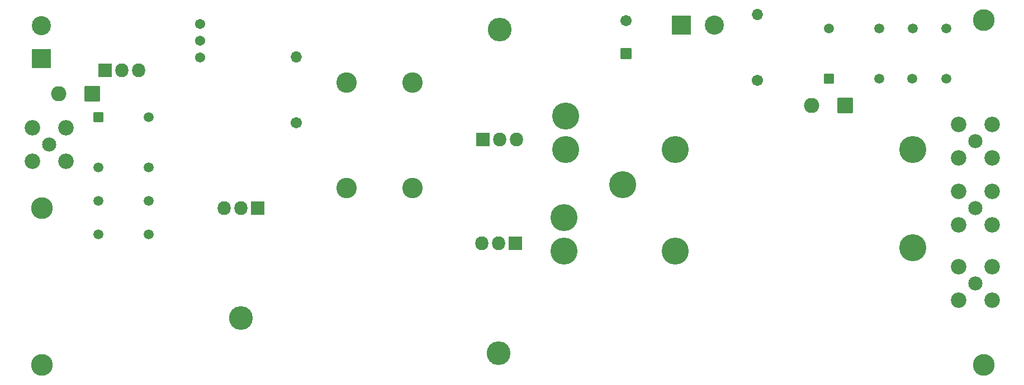
<source format=gbr>
G04 #@! TF.GenerationSoftware,KiCad,Pcbnew,(6.0.0)*
G04 #@! TF.CreationDate,2022-06-01T09:59:34+02:00*
G04 #@! TF.ProjectId,rfamp3,7266616d-7033-42e6-9b69-6361645f7063,rev?*
G04 #@! TF.SameCoordinates,Original*
G04 #@! TF.FileFunction,Soldermask,Bot*
G04 #@! TF.FilePolarity,Negative*
%FSLAX46Y46*%
G04 Gerber Fmt 4.6, Leading zero omitted, Abs format (unit mm)*
G04 Created by KiCad (PCBNEW (6.0.0)) date 2022-06-01 09:59:34*
%MOMM*%
%LPD*%
G01*
G04 APERTURE LIST*
G04 Aperture macros list*
%AMRoundRect*
0 Rectangle with rounded corners*
0 $1 Rounding radius*
0 $2 $3 $4 $5 $6 $7 $8 $9 X,Y pos of 4 corners*
0 Add a 4 corners polygon primitive as box body*
4,1,4,$2,$3,$4,$5,$6,$7,$8,$9,$2,$3,0*
0 Add four circle primitives for the rounded corners*
1,1,$1+$1,$2,$3*
1,1,$1+$1,$4,$5*
1,1,$1+$1,$6,$7*
1,1,$1+$1,$8,$9*
0 Add four rect primitives between the rounded corners*
20,1,$1+$1,$2,$3,$4,$5,0*
20,1,$1+$1,$4,$5,$6,$7,0*
20,1,$1+$1,$6,$7,$8,$9,0*
20,1,$1+$1,$8,$9,$2,$3,0*%
G04 Aperture macros list end*
%ADD10RoundRect,0.051000X1.100000X1.100000X-1.100000X1.100000X-1.100000X-1.100000X1.100000X-1.100000X0*%
%ADD11O,2.302000X2.302000*%
%ADD12C,4.102500*%
%ADD13C,2.352000*%
%ADD14C,2.152000*%
%ADD15C,3.102000*%
%ADD16C,3.302000*%
%ADD17O,1.702000X1.702000*%
%ADD18C,1.702000*%
%ADD19O,2.007000X2.102000*%
%ADD20RoundRect,0.051000X0.952500X1.000000X-0.952500X1.000000X-0.952500X-1.000000X0.952500X-1.000000X0*%
%ADD21O,3.602000X3.602000*%
%ADD22C,1.542000*%
%ADD23C,1.502000*%
%ADD24RoundRect,0.051000X-0.700000X-0.700000X0.700000X-0.700000X0.700000X0.700000X-0.700000X0.700000X0*%
%ADD25RoundRect,0.051000X0.800000X-0.800000X0.800000X0.800000X-0.800000X0.800000X-0.800000X-0.800000X0*%
%ADD26RoundRect,0.051000X1.400000X-1.400000X1.400000X1.400000X-1.400000X1.400000X-1.400000X-1.400000X0*%
%ADD27C,2.902000*%
%ADD28RoundRect,0.051000X-1.400000X-1.400000X1.400000X-1.400000X1.400000X1.400000X-1.400000X1.400000X0*%
%ADD29RoundRect,0.051000X0.700000X-0.700000X0.700000X0.700000X-0.700000X0.700000X-0.700000X-0.700000X0*%
%ADD30RoundRect,0.051000X-0.952500X-1.000000X0.952500X-1.000000X0.952500X1.000000X-0.952500X1.000000X0*%
G04 APERTURE END LIST*
D10*
X72607818Y-59436000D03*
D11*
X67527818Y-59436000D03*
D10*
X186653818Y-61214000D03*
D11*
X181573818Y-61214000D03*
D12*
X152908000Y-73279000D03*
X144272000Y-62865000D03*
X196850000Y-67945000D03*
X160909000Y-83312000D03*
X160909000Y-67945000D03*
D13*
X203835000Y-90805000D03*
X203835000Y-85725000D03*
X208915000Y-85725000D03*
X208915000Y-90805000D03*
D14*
X206375000Y-88265000D03*
D13*
X68580000Y-64643000D03*
X68580000Y-69723000D03*
X63500000Y-69723000D03*
X63500000Y-64643000D03*
D14*
X66040000Y-67183000D03*
D13*
X203835000Y-69215000D03*
X203835000Y-64135000D03*
X208915000Y-64135000D03*
X208915000Y-69215000D03*
D14*
X206375000Y-66675000D03*
D13*
X203835000Y-79375000D03*
X203835000Y-74295000D03*
X208915000Y-74295000D03*
X208915000Y-79375000D03*
D14*
X206375000Y-76835000D03*
D15*
X121125000Y-73785000D03*
X121125000Y-57785000D03*
X111125000Y-73785000D03*
X111125000Y-57785000D03*
D16*
X64950000Y-76835000D03*
X64950000Y-100590000D03*
X207610000Y-48260000D03*
X207610000Y-100575000D03*
D12*
X144018000Y-78232000D03*
X144272000Y-67945000D03*
X144018000Y-83312000D03*
X196850000Y-82787249D03*
D17*
X173355000Y-47404000D03*
D18*
X173355000Y-57404000D03*
D17*
X103505000Y-53881000D03*
D18*
X103505000Y-63881000D03*
D19*
X92583000Y-76835000D03*
X95123000Y-76835000D03*
D20*
X97663000Y-76835000D03*
D21*
X95123000Y-93495000D03*
D22*
X88900000Y-53975000D03*
X88900000Y-51435000D03*
X88900000Y-48895000D03*
D23*
X81153000Y-70612000D03*
X81163000Y-80782000D03*
X81163000Y-75702000D03*
X73533000Y-70612000D03*
X73533000Y-80772000D03*
X73533000Y-75682000D03*
X81153000Y-62992000D03*
D24*
X73533000Y-62992000D03*
D25*
X153416000Y-53340000D03*
D18*
X153416000Y-48340000D03*
D26*
X64876680Y-54137560D03*
D27*
X64876680Y-49137560D03*
X166798000Y-49022000D03*
D28*
X161798000Y-49022000D03*
D29*
X184150000Y-57150000D03*
D23*
X184150000Y-49530000D03*
X196840000Y-57150000D03*
X201930000Y-57150000D03*
X191770000Y-57150000D03*
X196860000Y-49520000D03*
X201940000Y-49520000D03*
X191770000Y-49530000D03*
D30*
X74549000Y-55880000D03*
D19*
X77089000Y-55880000D03*
X79629000Y-55880000D03*
D21*
X134360920Y-49740680D03*
D30*
X131820920Y-66400680D03*
D19*
X134360920Y-66400680D03*
X136900920Y-66400680D03*
X131577080Y-82108040D03*
X134117080Y-82108040D03*
D20*
X136657080Y-82108040D03*
D21*
X134117080Y-98768040D03*
M02*

</source>
